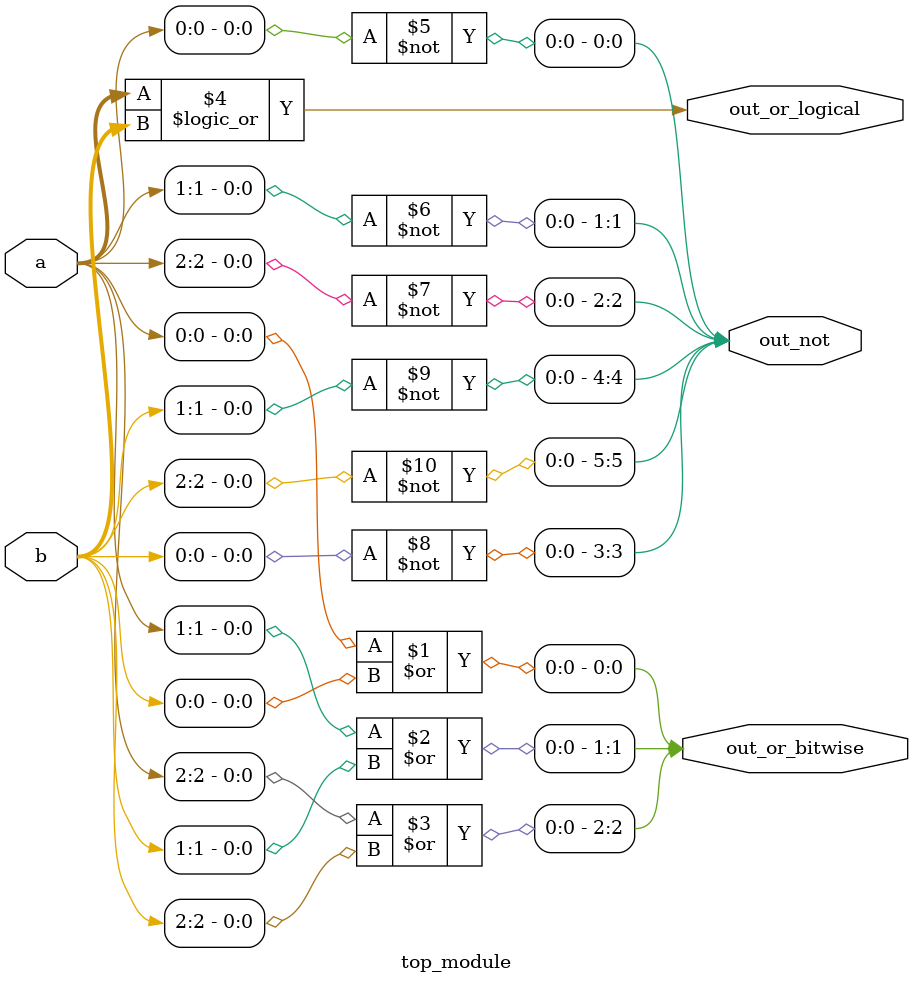
<source format=v>


module top_module( 
    input [2:0] a,
    input [2:0] b,
    output [2:0] out_or_bitwise,
    output out_or_logical,
    output [5:0] out_not
);
    // we want 3 output from the or gate in bitwise operation
    assign out_or_bitwise[0] = a[0] | b[0];
    assign out_or_bitwise[1] = a[1] | b[1];
    assign out_or_bitwise[2] = a[2] | b[2];
    
    // we want one output from the bitwise operation
    assign out_or_logical = a || b;
    
    // we want 6 out put from the not gate out
    assign out_not[0] = ~a[0];
    assign out_not[1] = ~a[1];
    assign out_not[2] = ~a[2];
    assign out_not[3] = ~b[0];
    assign out_not[4] = ~b[1];
    assign out_not[5] = ~b[2];

endmodule

</source>
